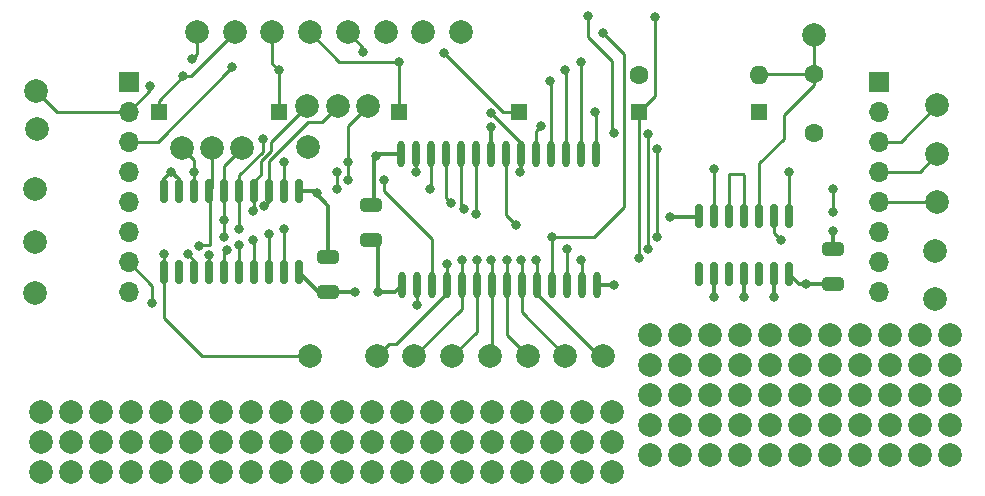
<source format=gtl>
G04 #@! TF.GenerationSoftware,KiCad,Pcbnew,6.0.9-8da3e8f707~116~ubuntu20.04.1*
G04 #@! TF.CreationDate,2022-11-05T19:19:52+00:00*
G04 #@! TF.ProjectId,slrm,736c726d-2e6b-4696-9361-645f70636258,rev?*
G04 #@! TF.SameCoordinates,Original*
G04 #@! TF.FileFunction,Copper,L1,Top*
G04 #@! TF.FilePolarity,Positive*
%FSLAX46Y46*%
G04 Gerber Fmt 4.6, Leading zero omitted, Abs format (unit mm)*
G04 Created by KiCad (PCBNEW 6.0.9-8da3e8f707~116~ubuntu20.04.1) date 2022-11-05 19:19:52*
%MOMM*%
%LPD*%
G01*
G04 APERTURE LIST*
G04 Aperture macros list*
%AMRoundRect*
0 Rectangle with rounded corners*
0 $1 Rounding radius*
0 $2 $3 $4 $5 $6 $7 $8 $9 X,Y pos of 4 corners*
0 Add a 4 corners polygon primitive as box body*
4,1,4,$2,$3,$4,$5,$6,$7,$8,$9,$2,$3,0*
0 Add four circle primitives for the rounded corners*
1,1,$1+$1,$2,$3*
1,1,$1+$1,$4,$5*
1,1,$1+$1,$6,$7*
1,1,$1+$1,$8,$9*
0 Add four rect primitives between the rounded corners*
20,1,$1+$1,$2,$3,$4,$5,0*
20,1,$1+$1,$4,$5,$6,$7,0*
20,1,$1+$1,$6,$7,$8,$9,0*
20,1,$1+$1,$8,$9,$2,$3,0*%
G04 Aperture macros list end*
G04 #@! TA.AperFunction,ComponentPad*
%ADD10C,2.000000*%
G04 #@! TD*
G04 #@! TA.AperFunction,ComponentPad*
%ADD11R,1.350000X1.350000*%
G04 #@! TD*
G04 #@! TA.AperFunction,ComponentPad*
%ADD12C,1.600000*%
G04 #@! TD*
G04 #@! TA.AperFunction,SMDPad,CuDef*
%ADD13O,0.600000X2.250000*%
G04 #@! TD*
G04 #@! TA.AperFunction,ComponentPad*
%ADD14R,1.700000X1.700000*%
G04 #@! TD*
G04 #@! TA.AperFunction,ComponentPad*
%ADD15O,1.700000X1.700000*%
G04 #@! TD*
G04 #@! TA.AperFunction,SMDPad,CuDef*
%ADD16RoundRect,0.250000X0.650000X-0.325000X0.650000X0.325000X-0.650000X0.325000X-0.650000X-0.325000X0*%
G04 #@! TD*
G04 #@! TA.AperFunction,ComponentPad*
%ADD17O,1.600000X1.600000*%
G04 #@! TD*
G04 #@! TA.AperFunction,SMDPad,CuDef*
%ADD18RoundRect,0.150000X-0.150000X0.837500X-0.150000X-0.837500X0.150000X-0.837500X0.150000X0.837500X0*%
G04 #@! TD*
G04 #@! TA.AperFunction,SMDPad,CuDef*
%ADD19RoundRect,0.150000X-0.150000X0.825000X-0.150000X-0.825000X0.150000X-0.825000X0.150000X0.825000X0*%
G04 #@! TD*
G04 #@! TA.AperFunction,SMDPad,CuDef*
%ADD20RoundRect,0.250000X-0.650000X0.325000X-0.650000X-0.325000X0.650000X-0.325000X0.650000X0.325000X0*%
G04 #@! TD*
G04 #@! TA.AperFunction,ViaPad*
%ADD21C,0.800000*%
G04 #@! TD*
G04 #@! TA.AperFunction,Conductor*
%ADD22C,0.250000*%
G04 #@! TD*
G04 #@! TA.AperFunction,Conductor*
%ADD23C,0.350000*%
G04 #@! TD*
G04 APERTURE END LIST*
D10*
X111940000Y-114290000D03*
X122100000Y-114290000D03*
X119560000Y-119370000D03*
X114480000Y-114290000D03*
X127180000Y-114290000D03*
X111940000Y-119370000D03*
X117020000Y-116830000D03*
X132260000Y-114290000D03*
X122100000Y-116830000D03*
X119560000Y-114290000D03*
X117020000Y-114290000D03*
X119560000Y-116830000D03*
X129720000Y-116830000D03*
X132260000Y-116830000D03*
X117020000Y-119370000D03*
X114480000Y-116830000D03*
X127180000Y-116830000D03*
X124640000Y-116830000D03*
X129720000Y-114290000D03*
X114480000Y-119370000D03*
X124640000Y-119370000D03*
X111940000Y-116830000D03*
X129720000Y-119370000D03*
X127180000Y-119370000D03*
X122100000Y-119370000D03*
X124640000Y-114290000D03*
X132260000Y-119370000D03*
X140020000Y-114360000D03*
X150180000Y-114360000D03*
X147640000Y-119440000D03*
X142560000Y-114360000D03*
X155260000Y-114360000D03*
X140020000Y-119440000D03*
X134940000Y-116900000D03*
X145100000Y-116900000D03*
X160340000Y-114360000D03*
X150180000Y-116900000D03*
X147640000Y-114360000D03*
X145100000Y-114360000D03*
X137480000Y-116900000D03*
X147640000Y-116900000D03*
X157800000Y-116900000D03*
X160340000Y-116900000D03*
X145100000Y-119440000D03*
X134940000Y-119440000D03*
X142560000Y-116900000D03*
X155260000Y-116900000D03*
X152720000Y-116900000D03*
X157800000Y-114360000D03*
X137480000Y-114360000D03*
X134940000Y-114360000D03*
X142560000Y-119440000D03*
X152720000Y-119440000D03*
X140020000Y-116900000D03*
X157800000Y-119440000D03*
X155260000Y-119440000D03*
X150180000Y-119440000D03*
X137480000Y-119440000D03*
X152720000Y-114360000D03*
X160340000Y-119440000D03*
X188930000Y-117940000D03*
X186390000Y-117940000D03*
X183850000Y-117940000D03*
X181310000Y-117940000D03*
X178770000Y-117940000D03*
X176230000Y-117940000D03*
X173690000Y-117940000D03*
X171150000Y-117940000D03*
X168610000Y-117940000D03*
X166070000Y-117940000D03*
X163530000Y-117940000D03*
X188930000Y-115400000D03*
X186390000Y-115400000D03*
X183850000Y-115400000D03*
X181310000Y-115400000D03*
X178770000Y-115400000D03*
X176230000Y-115400000D03*
X173690000Y-115400000D03*
X171150000Y-115400000D03*
X168610000Y-115400000D03*
X166070000Y-115400000D03*
X163530000Y-115400000D03*
X188930000Y-112860000D03*
X186390000Y-112860000D03*
X183850000Y-112860000D03*
X181310000Y-112860000D03*
X178770000Y-112860000D03*
X176230000Y-112860000D03*
X173690000Y-112860000D03*
X171150000Y-112860000D03*
X168610000Y-112860000D03*
X166070000Y-112860000D03*
X163530000Y-112860000D03*
X188930000Y-110320000D03*
X186390000Y-110320000D03*
X183850000Y-110320000D03*
X181310000Y-110320000D03*
X178770000Y-110320000D03*
X176230000Y-110320000D03*
X173690000Y-110320000D03*
X171150000Y-110320000D03*
X168610000Y-110320000D03*
X166070000Y-110320000D03*
X163530000Y-110320000D03*
X188930000Y-107780000D03*
X186390000Y-107780000D03*
X183850000Y-107780000D03*
X181310000Y-107780000D03*
X178770000Y-107780000D03*
X176230000Y-107780000D03*
X173690000Y-107780000D03*
X171150000Y-107780000D03*
X168610000Y-107780000D03*
X166070000Y-107780000D03*
X163530000Y-107780000D03*
X134700000Y-109620000D03*
X177400000Y-82440000D03*
X140390000Y-109590000D03*
X149964998Y-109590000D03*
X143581666Y-109590000D03*
X146773332Y-109590000D03*
X153156664Y-109590000D03*
X156348330Y-109590000D03*
X159540000Y-109590000D03*
X123930000Y-91990000D03*
X126440000Y-91990000D03*
X128980000Y-91990000D03*
X134600000Y-91920000D03*
X134520000Y-88460000D03*
X137120000Y-88460000D03*
X139660000Y-88460000D03*
X147520000Y-82190000D03*
X144327142Y-82190000D03*
X141134285Y-82190000D03*
X137941428Y-82190000D03*
X134748571Y-82190000D03*
X131555714Y-82190000D03*
X128362857Y-82190000D03*
X125170000Y-82190000D03*
D11*
X121920000Y-88900000D03*
X162560000Y-88900000D03*
D10*
X187629800Y-100660200D03*
X111480600Y-104241600D03*
D12*
X177400000Y-85690000D03*
X177400000Y-90690000D03*
D11*
X142240000Y-88900000D03*
D10*
X111480600Y-99898200D03*
D13*
X142493809Y-103550000D03*
X143763809Y-103550000D03*
X145033809Y-103550000D03*
X146303809Y-103550000D03*
X147573809Y-103550000D03*
X148843809Y-103550000D03*
X150113809Y-103550000D03*
X151383809Y-103550000D03*
X152653809Y-103550000D03*
X153923809Y-103550000D03*
X155193809Y-103550000D03*
X156463809Y-103550000D03*
X157733809Y-103550000D03*
X159003809Y-103550000D03*
X158943809Y-92450000D03*
X157673809Y-92450000D03*
X156403809Y-92450000D03*
X155133809Y-92450000D03*
X153863809Y-92450000D03*
X152593809Y-92450000D03*
X151323809Y-92450000D03*
X150053809Y-92450000D03*
X148783809Y-92450000D03*
X147513809Y-92450000D03*
X146243809Y-92450000D03*
X144973809Y-92450000D03*
X143703809Y-92450000D03*
X142433809Y-92450000D03*
D10*
X111480600Y-95427800D03*
X111582200Y-87172800D03*
D14*
X119380000Y-86360000D03*
D15*
X119380000Y-88900000D03*
X119380000Y-91440000D03*
X119380000Y-93980000D03*
X119380000Y-96520000D03*
X119380000Y-99060000D03*
X119380000Y-101600000D03*
X119380000Y-104140000D03*
D16*
X179000000Y-103475000D03*
X179000000Y-100525000D03*
D12*
X162585400Y-85826600D03*
D17*
X172745400Y-85826600D03*
D16*
X136300000Y-104150000D03*
X136300000Y-101200000D03*
D14*
X182880000Y-86360000D03*
D15*
X182880000Y-88900000D03*
X182880000Y-91440000D03*
X182880000Y-93980000D03*
X182880000Y-96520000D03*
X182880000Y-99060000D03*
X182880000Y-101600000D03*
X182880000Y-104140000D03*
D11*
X132080000Y-88900000D03*
X172720000Y-88900000D03*
D10*
X187680600Y-104749600D03*
D18*
X133815000Y-95577500D03*
X132545000Y-95577500D03*
X131275000Y-95577500D03*
X130005000Y-95577500D03*
X128735000Y-95577500D03*
X127465000Y-95577500D03*
X126195000Y-95577500D03*
X124925000Y-95577500D03*
X123655000Y-95577500D03*
X122385000Y-95577500D03*
X122385000Y-102502500D03*
X123655000Y-102502500D03*
X124925000Y-102502500D03*
X126195000Y-102502500D03*
X127465000Y-102502500D03*
X128735000Y-102502500D03*
X130005000Y-102502500D03*
X131275000Y-102502500D03*
X132545000Y-102502500D03*
X133815000Y-102502500D03*
D10*
X187807600Y-96545400D03*
D19*
X175285000Y-97715000D03*
X174015000Y-97715000D03*
X172745000Y-97715000D03*
X171475000Y-97715000D03*
X170205000Y-97715000D03*
X168935000Y-97715000D03*
X167665000Y-97715000D03*
X167665000Y-102665000D03*
X168935000Y-102665000D03*
X170205000Y-102665000D03*
X171475000Y-102665000D03*
X172745000Y-102665000D03*
X174015000Y-102665000D03*
X175285000Y-102665000D03*
D10*
X187858400Y-92481400D03*
X111600000Y-90410000D03*
D11*
X152400000Y-88900000D03*
D20*
X139900000Y-96789583D03*
X139900000Y-99739583D03*
D10*
X187833000Y-88366600D03*
D21*
X130750000Y-91249500D03*
X158270000Y-80820000D03*
X160470000Y-90710000D03*
X163910000Y-80910000D03*
X159570000Y-82210000D03*
X128120000Y-85150000D03*
X124750000Y-84420000D03*
X139270000Y-83840000D03*
X146060000Y-83900000D03*
X138585685Y-104205946D03*
X176700000Y-103500000D03*
X140350000Y-92650000D03*
X135320000Y-95750000D03*
X179000000Y-99000000D03*
X168930000Y-104600000D03*
X174040000Y-104630000D03*
X150100000Y-90200000D03*
X140500000Y-104200000D03*
X123000000Y-93980000D03*
X165240000Y-97820000D03*
X171480000Y-104630000D03*
X160500000Y-103600000D03*
X121195500Y-86700000D03*
X154300000Y-90100000D03*
X137000000Y-95451000D03*
X144900000Y-95451000D03*
X137000000Y-93980000D03*
X124900000Y-93980000D03*
X128700000Y-98800000D03*
X152200000Y-98500000D03*
X127482600Y-98075500D03*
X148800000Y-97575500D03*
X127500000Y-99524500D03*
X121400000Y-105100000D03*
X125345059Y-100249000D03*
X143800000Y-105300000D03*
X155100000Y-86300000D03*
X124000000Y-85900000D03*
X156300000Y-85400000D03*
X132100000Y-85375500D03*
X157700000Y-84700000D03*
X142300000Y-84675500D03*
X158900000Y-88900000D03*
X162600000Y-101300000D03*
X157700000Y-101500000D03*
X163400000Y-90800000D03*
X156500000Y-100500000D03*
X163400000Y-100500000D03*
X155200000Y-99500000D03*
X164124500Y-99500000D03*
X164124500Y-92100000D03*
X143700000Y-94000000D03*
X175300000Y-94000000D03*
X138000000Y-93192600D03*
X138000000Y-94726500D03*
X132537200Y-93141800D03*
X141000000Y-94726500D03*
X129921000Y-97325500D03*
X147818154Y-97125500D03*
X130885397Y-96875500D03*
X146710400Y-96675500D03*
X179000000Y-97400000D03*
X179000000Y-95450500D03*
X174600000Y-99800000D03*
X122402600Y-100973500D03*
X146300000Y-101800000D03*
X124383800Y-100973500D03*
X126200000Y-101075500D03*
X147600000Y-101500000D03*
X148900000Y-101500000D03*
X127700000Y-100625500D03*
X150100000Y-101500000D03*
X128700000Y-100175500D03*
X129900000Y-99725500D03*
X151400000Y-101500000D03*
X152600000Y-101500000D03*
X131300000Y-99275500D03*
X153900000Y-101500000D03*
X132500000Y-98825500D03*
X168940000Y-93780000D03*
X152560000Y-94001500D03*
X150090000Y-89010000D03*
D22*
X122390000Y-102896751D02*
X122390000Y-106410000D01*
X122385000Y-102891751D02*
X122390000Y-102896751D01*
X125600000Y-109620000D02*
X134700000Y-109620000D01*
X122385000Y-102502500D02*
X122385000Y-102891751D01*
X122390000Y-106410000D02*
X125600000Y-109620000D01*
X177400000Y-85690000D02*
X177400000Y-82440000D01*
X131275000Y-95577500D02*
X131275000Y-93085000D01*
X131275000Y-93085000D02*
X134575000Y-89785000D01*
X134575000Y-89785000D02*
X135795000Y-89785000D01*
X135795000Y-89785000D02*
X137120000Y-88460000D01*
X130005000Y-95577500D02*
X130005000Y-94825000D01*
X130005000Y-94825000D02*
X130620000Y-94210000D01*
X131475000Y-91505000D02*
X134520000Y-88460000D01*
X130620000Y-94210000D02*
X130620000Y-93046396D01*
X130620000Y-93046396D02*
X131475000Y-92191396D01*
X131475000Y-92191396D02*
X131475000Y-91505000D01*
X130750000Y-92280000D02*
X128735000Y-94295000D01*
X130750000Y-91249500D02*
X130750000Y-92280000D01*
X128735000Y-94295000D02*
X128735000Y-95577500D01*
X138000000Y-93192600D02*
X138000000Y-90120000D01*
X138000000Y-90120000D02*
X139660000Y-88460000D01*
X127465000Y-95577500D02*
X127465000Y-93505000D01*
X127465000Y-93505000D02*
X128980000Y-91990000D01*
X126195000Y-95577500D02*
X126440000Y-95332500D01*
X126440000Y-95332500D02*
X126440000Y-91990000D01*
X124900000Y-93980000D02*
X124900000Y-92960000D01*
X124900000Y-92960000D02*
X123930000Y-91990000D01*
X158270000Y-82540000D02*
X158270000Y-80820000D01*
X159230000Y-83500000D02*
X158270000Y-82540000D01*
X160320000Y-84590000D02*
X159230000Y-83500000D01*
X160470000Y-90710000D02*
X160320000Y-90560000D01*
X160320000Y-90560000D02*
X160320000Y-84590000D01*
X162560000Y-88900000D02*
X163910000Y-87550000D01*
X163910000Y-87550000D02*
X163910000Y-80910000D01*
X161350000Y-83990000D02*
X159570000Y-82210000D01*
X161350000Y-96950000D02*
X161350000Y-83990000D01*
X158800000Y-99500000D02*
X161350000Y-96950000D01*
X155200000Y-99500000D02*
X158800000Y-99500000D01*
X125170000Y-82190000D02*
X125170000Y-84000000D01*
X125170000Y-84000000D02*
X124750000Y-84420000D01*
X119380000Y-91440000D02*
X121830000Y-91440000D01*
X121830000Y-91440000D02*
X128120000Y-85150000D01*
X124000000Y-85900000D02*
X124652857Y-85900000D01*
X124652857Y-85900000D02*
X128362857Y-82190000D01*
X152400000Y-88900000D02*
X151060000Y-88900000D01*
X151060000Y-88900000D02*
X146060000Y-83900000D01*
X139270000Y-83840000D02*
X139270000Y-83518572D01*
X139270000Y-83518572D02*
X137941428Y-82190000D01*
X142300000Y-84675500D02*
X137234071Y-84675500D01*
X137234071Y-84675500D02*
X134748571Y-82190000D01*
X132100000Y-85375500D02*
X131555714Y-84831214D01*
X131555714Y-84831214D02*
X131555714Y-82190000D01*
X146303809Y-104256191D02*
X141980000Y-108580000D01*
X146303809Y-103550000D02*
X146303809Y-104256191D01*
X141980000Y-108580000D02*
X141400000Y-108580000D01*
X141400000Y-108580000D02*
X140390000Y-109590000D01*
X147573809Y-103550000D02*
X147573809Y-105597857D01*
X147573809Y-105597857D02*
X143581666Y-109590000D01*
X148843809Y-103550000D02*
X148843809Y-107519523D01*
X148843809Y-107519523D02*
X146773332Y-109590000D01*
X150113809Y-103550000D02*
X150113809Y-109441189D01*
X150113809Y-109441189D02*
X149964998Y-109590000D01*
X151383809Y-103550000D02*
X151383809Y-107817145D01*
X151383809Y-107817145D02*
X153156664Y-109590000D01*
X152653809Y-103550000D02*
X152653809Y-105895479D01*
X152653809Y-105895479D02*
X156348330Y-109590000D01*
X153923809Y-103550000D02*
X153923809Y-104325000D01*
X153923809Y-104325000D02*
X159188809Y-109590000D01*
X159188809Y-109590000D02*
X159540000Y-109590000D01*
D23*
X133815000Y-102502500D02*
X135612500Y-104300000D01*
X176725000Y-103475000D02*
X179000000Y-103475000D01*
X176700000Y-103500000D02*
X176120000Y-103500000D01*
X140121235Y-92878765D02*
X140350000Y-92650000D01*
X176120000Y-103500000D02*
X175285000Y-102665000D01*
X140350000Y-92650000D02*
X140550000Y-92450000D01*
X138529739Y-104150000D02*
X138585685Y-104205946D01*
X136300000Y-104150000D02*
X138529739Y-104150000D01*
X140121235Y-96568348D02*
X140121235Y-92878765D01*
X135612500Y-104300000D02*
X136150000Y-104300000D01*
X139900000Y-96789583D02*
X140121235Y-96568348D01*
X140550000Y-92450000D02*
X142433809Y-92450000D01*
X176700000Y-103500000D02*
X176725000Y-103475000D01*
X122385000Y-94595000D02*
X123000000Y-93980000D01*
X174015000Y-104605000D02*
X174015000Y-102665000D01*
X171475000Y-102665000D02*
X171475000Y-104625000D01*
X141903809Y-104140000D02*
X140560000Y-104140000D01*
X135147500Y-95577500D02*
X133815000Y-95577500D01*
X140500000Y-104200000D02*
X140500000Y-100339583D01*
X174040000Y-104630000D02*
X174015000Y-104605000D01*
X135320000Y-95750000D02*
X135320000Y-95895000D01*
X159003809Y-103550000D02*
X160450000Y-103550000D01*
X168935000Y-104595000D02*
X168930000Y-104600000D01*
X135320000Y-95895000D02*
X136300000Y-96875000D01*
X165280000Y-97780000D02*
X167600000Y-97780000D01*
X171475000Y-104625000D02*
X171480000Y-104630000D01*
X122385000Y-95577500D02*
X122385000Y-94595000D01*
X140500000Y-100339583D02*
X139900000Y-99739583D01*
X160450000Y-103550000D02*
X160500000Y-103600000D01*
X123655000Y-95577500D02*
X123655000Y-94635000D01*
X142493809Y-103550000D02*
X141903809Y-104140000D01*
X140560000Y-104140000D02*
X140500000Y-104200000D01*
X135320000Y-95750000D02*
X135147500Y-95577500D01*
X136300000Y-96875000D02*
X136300000Y-101200000D01*
X165240000Y-97820000D02*
X165280000Y-97780000D01*
X123655000Y-94635000D02*
X123000000Y-93980000D01*
X167600000Y-97780000D02*
X167665000Y-97715000D01*
X150053809Y-90246191D02*
X150100000Y-90200000D01*
X150053809Y-92450000D02*
X150053809Y-90246191D01*
X168935000Y-102665000D02*
X168935000Y-104595000D01*
X179000000Y-100525000D02*
X179000000Y-99000000D01*
D22*
X113309400Y-88900000D02*
X111582200Y-87172800D01*
X119380000Y-88900000D02*
X113309400Y-88900000D01*
X121195500Y-86700000D02*
X121195500Y-87084500D01*
X121195500Y-87084500D02*
X119380000Y-88900000D01*
X154300000Y-90100000D02*
X153863809Y-90536191D01*
X153863809Y-90536191D02*
X153863809Y-92450000D01*
X124900000Y-93980000D02*
X124900000Y-95552500D01*
X124900000Y-95552500D02*
X124925000Y-95577500D01*
X144973809Y-95377191D02*
X144900000Y-95451000D01*
X144973809Y-92450000D02*
X144973809Y-95377191D01*
X137000000Y-95451000D02*
X137000000Y-93980000D01*
X151323809Y-97623809D02*
X151323809Y-92450000D01*
X128700000Y-95612500D02*
X128735000Y-95577500D01*
X152200000Y-98500000D02*
X151323809Y-97623809D01*
X128700000Y-98800000D02*
X128700000Y-95612500D01*
X148783809Y-97559309D02*
X148783809Y-92450000D01*
X127482600Y-98075500D02*
X127482600Y-95595100D01*
X127500000Y-98092900D02*
X127500000Y-99524500D01*
X127482600Y-95595100D02*
X127465000Y-95577500D01*
X127482600Y-98075500D02*
X127500000Y-98092900D01*
X148800000Y-97575500D02*
X148783809Y-97559309D01*
X143763809Y-103550000D02*
X143763809Y-104936191D01*
X143763809Y-104936191D02*
X143763809Y-105263809D01*
X126195000Y-95577500D02*
X126300000Y-95682500D01*
X143763809Y-105263809D02*
X143800000Y-105300000D01*
X121400000Y-103620000D02*
X119380000Y-101600000D01*
X121400000Y-105100000D02*
X121400000Y-103620000D01*
X125394059Y-100200000D02*
X125345059Y-100249000D01*
X126300000Y-95682500D02*
X126300000Y-100200000D01*
X126300000Y-100200000D02*
X125394059Y-100200000D01*
X155100000Y-86300000D02*
X155133809Y-86333809D01*
X121920000Y-87980000D02*
X121920000Y-88900000D01*
X124000000Y-85900000D02*
X121920000Y-87980000D01*
X155133809Y-86333809D02*
X155133809Y-92450000D01*
X132100000Y-85375500D02*
X132080000Y-85395500D01*
X132080000Y-85395500D02*
X132080000Y-88900000D01*
X156403809Y-85503809D02*
X156403809Y-92450000D01*
X156300000Y-85400000D02*
X156403809Y-85503809D01*
X142300000Y-84675500D02*
X142240000Y-84735500D01*
X157700000Y-84700000D02*
X157673809Y-84726191D01*
X157673809Y-84726191D02*
X157673809Y-92450000D01*
X142240000Y-84735500D02*
X142240000Y-88900000D01*
X158943809Y-88943809D02*
X158900000Y-88900000D01*
X158943809Y-92450000D02*
X158943809Y-88943809D01*
X162560000Y-101260000D02*
X162560000Y-88900000D01*
X162600000Y-101300000D02*
X162560000Y-101260000D01*
X157733809Y-103550000D02*
X157733809Y-101533809D01*
X157733809Y-101533809D02*
X157700000Y-101500000D01*
X156463809Y-100536191D02*
X156463809Y-103550000D01*
X163400000Y-100500000D02*
X163400000Y-90800000D01*
X156500000Y-100500000D02*
X156463809Y-100536191D01*
X155193809Y-99506191D02*
X155193809Y-103550000D01*
X164124500Y-99500000D02*
X164124500Y-92100000D01*
X155200000Y-99500000D02*
X155193809Y-99506191D01*
X182880000Y-91440000D02*
X184759600Y-91440000D01*
X143700000Y-94000000D02*
X143700000Y-92453809D01*
X184759600Y-91440000D02*
X187833000Y-88366600D01*
X175300000Y-97700000D02*
X175285000Y-97715000D01*
X186359800Y-93980000D02*
X187858400Y-92481400D01*
X182880000Y-93980000D02*
X186359800Y-93980000D01*
X175300000Y-94000000D02*
X175300000Y-97700000D01*
X145033809Y-103550000D02*
X145033809Y-99663809D01*
X145033809Y-99663809D02*
X141000000Y-95630000D01*
X132537200Y-95569700D02*
X132545000Y-95577500D01*
X187807600Y-96545400D02*
X182905400Y-96545400D01*
X141000000Y-95630000D02*
X141000000Y-94726500D01*
X138000000Y-94726500D02*
X138000000Y-93192600D01*
X182905400Y-96545400D02*
X182880000Y-96520000D01*
X132537200Y-93141800D02*
X132537200Y-95569700D01*
X130005000Y-97005000D02*
X130165000Y-97165000D01*
X130005000Y-95577500D02*
X130005000Y-97005000D01*
X147513809Y-96821155D02*
X147513809Y-92450000D01*
X147818154Y-97125500D02*
X147513809Y-96821155D01*
X179000000Y-97400000D02*
X179000000Y-95450500D01*
X146243809Y-96208909D02*
X146243809Y-92450000D01*
X131275000Y-96485897D02*
X131275000Y-95577500D01*
X146710400Y-96675500D02*
X146243809Y-96208909D01*
X130885397Y-96875500D02*
X131275000Y-96485897D01*
X122385000Y-100991100D02*
X122385000Y-102502500D01*
X174015000Y-97715000D02*
X174015000Y-99215000D01*
X174015000Y-99215000D02*
X174600000Y-99800000D01*
X122402600Y-100973500D02*
X122385000Y-100991100D01*
X124383800Y-100973500D02*
X124925000Y-101514700D01*
X124925000Y-101514700D02*
X124925000Y-102502500D01*
X146303809Y-103550000D02*
X146303809Y-101803809D01*
X146303809Y-101803809D02*
X146300000Y-101800000D01*
X147573809Y-101526191D02*
X147573809Y-103550000D01*
X147600000Y-101500000D02*
X147573809Y-101526191D01*
X126200000Y-102497500D02*
X126195000Y-102502500D01*
X126200000Y-101075500D02*
X126200000Y-102497500D01*
X148843809Y-101556191D02*
X148843809Y-103550000D01*
X148900000Y-101500000D02*
X148843809Y-101556191D01*
X127465000Y-100860500D02*
X127465000Y-102502500D01*
X127700000Y-100625500D02*
X127465000Y-100860500D01*
X150113809Y-101513809D02*
X150113809Y-103550000D01*
X128700000Y-100175500D02*
X128700000Y-102467500D01*
X128700000Y-102467500D02*
X128735000Y-102502500D01*
X150100000Y-101500000D02*
X150113809Y-101513809D01*
X151383809Y-103516191D02*
X151383809Y-103550000D01*
X129900000Y-99725500D02*
X130000000Y-99825500D01*
X130000000Y-99825500D02*
X130000000Y-102497500D01*
X130000000Y-102497500D02*
X130005000Y-102502500D01*
X151400000Y-103500000D02*
X151383809Y-103516191D01*
X151400000Y-101500000D02*
X151400000Y-103500000D01*
X131300000Y-102477500D02*
X131275000Y-102502500D01*
X152600000Y-101500000D02*
X152653809Y-101553809D01*
X152653809Y-101553809D02*
X152653809Y-103550000D01*
X131300000Y-99275500D02*
X131300000Y-102477500D01*
X153923809Y-101523809D02*
X153923809Y-103550000D01*
X132500000Y-98825500D02*
X132500000Y-102457500D01*
X153900000Y-101500000D02*
X153923809Y-101523809D01*
X132500000Y-102457500D02*
X132545000Y-102502500D01*
X172882000Y-85690000D02*
X172745400Y-85826600D01*
X174840000Y-89182200D02*
X177400000Y-86622200D01*
X177400000Y-86622200D02*
X177400000Y-85690000D01*
X172745000Y-93285000D02*
X174840000Y-91190000D01*
X177400000Y-85690000D02*
X172882000Y-85690000D01*
X174840000Y-91190000D02*
X174840000Y-89182200D01*
X172745000Y-97715000D02*
X172745000Y-93285000D01*
X171475098Y-94290088D02*
X171391048Y-94206038D01*
X171475098Y-97714902D02*
X171475098Y-94290088D01*
X171391048Y-94206038D02*
X170207894Y-94206038D01*
X171475000Y-97715000D02*
X171475098Y-97714902D01*
X170205000Y-94208932D02*
X170205000Y-97715000D01*
X170207894Y-94206038D02*
X170205000Y-94208932D01*
X168935000Y-97715000D02*
X168935000Y-93785000D01*
X152593809Y-91513809D02*
X150090000Y-89010000D01*
X152593809Y-93967691D02*
X152593809Y-92450000D01*
X152600000Y-91600000D02*
X152600000Y-92443809D01*
X152600000Y-92443809D02*
X152593809Y-92450000D01*
X168935000Y-93785000D02*
X168940000Y-93780000D01*
X152593809Y-92450000D02*
X152593809Y-91513809D01*
X152560000Y-94001500D02*
X152593809Y-93967691D01*
M02*

</source>
